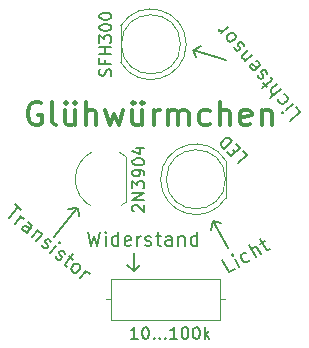
<source format=gto>
%TF.GenerationSoftware,KiCad,Pcbnew,6.0.7*%
%TF.CreationDate,2022-09-06T10:13:29+02:00*%
%TF.ProjectId,gluhwurmchen,676c7568-7775-4726-9d63-68656e2e6b69,rev?*%
%TF.SameCoordinates,Original*%
%TF.FileFunction,Legend,Top*%
%TF.FilePolarity,Positive*%
%FSLAX46Y46*%
G04 Gerber Fmt 4.6, Leading zero omitted, Abs format (unit mm)*
G04 Created by KiCad (PCBNEW 6.0.7) date 2022-09-06 10:13:29*
%MOMM*%
%LPD*%
G01*
G04 APERTURE LIST*
%ADD10C,0.150000*%
%ADD11C,0.200000*%
%ADD12C,0.300000*%
%ADD13C,0.120000*%
%ADD14C,2.200000*%
%ADD15C,2.500000*%
%ADD16R,1.800000X2.500000*%
%ADD17O,1.800000X2.500000*%
%ADD18R,2.500000X1.800000*%
%ADD19O,2.500000X1.800000*%
%ADD20C,3.000000*%
G04 APERTURE END LIST*
D10*
X76352400Y-91363800D02*
X76504800Y-92049600D01*
X81153000Y-96647000D02*
X81661000Y-96139000D01*
X87820500Y-92430600D02*
X89090500Y-94691200D01*
X81153000Y-96647000D02*
X80518000Y-96139000D01*
X86131400Y-77952600D02*
X86410800Y-78562200D01*
X86182200Y-77952600D02*
X86766400Y-77622400D01*
X87807800Y-92430600D02*
X87630000Y-93192600D01*
X81153000Y-95123000D02*
X81153000Y-96647000D01*
X76327000Y-91338400D02*
X75565000Y-91440000D01*
X87820500Y-92430600D02*
X88506300Y-92583000D01*
X86131400Y-77952600D02*
X88950800Y-78816200D01*
X74320400Y-93802200D02*
X76301600Y-91363800D01*
D11*
X71006068Y-91033629D02*
X71531356Y-91474398D01*
X70497367Y-92173267D02*
X71268712Y-91254014D01*
X71066428Y-92650766D02*
X71580659Y-92037931D01*
X71433736Y-92213027D02*
X71550971Y-92162210D01*
X71631476Y-92155166D01*
X71755754Y-92184854D01*
X71843302Y-92258315D01*
X72029456Y-93458842D02*
X72433494Y-92977329D01*
X72463181Y-92853050D01*
X72412364Y-92735815D01*
X72237268Y-92588892D01*
X72112989Y-92559204D01*
X72066186Y-93415068D02*
X71941908Y-93385381D01*
X71723038Y-93201727D01*
X71672221Y-93084492D01*
X71701908Y-92960213D01*
X71775370Y-92872665D01*
X71892605Y-92821848D01*
X72016884Y-92851536D01*
X72235754Y-93035189D01*
X72360032Y-93064877D01*
X72981426Y-93213314D02*
X72467195Y-93826150D01*
X72907964Y-93300862D02*
X72988469Y-93293819D01*
X73112747Y-93323506D01*
X73244069Y-93433698D01*
X73294887Y-93550934D01*
X73265199Y-93675212D01*
X72861161Y-94156726D01*
X73291858Y-94443529D02*
X73342675Y-94560764D01*
X73517771Y-94707687D01*
X73642049Y-94737374D01*
X73759285Y-94686557D01*
X73796015Y-94642783D01*
X73825703Y-94518504D01*
X73774886Y-94401269D01*
X73643564Y-94291077D01*
X73592747Y-94173841D01*
X73622434Y-94049563D01*
X73659165Y-94005789D01*
X73776400Y-93954972D01*
X73900679Y-93984659D01*
X74032001Y-94094851D01*
X74082818Y-94212087D01*
X74043058Y-95148455D02*
X74557288Y-94535620D01*
X74814403Y-94229202D02*
X74733899Y-94236245D01*
X74740942Y-94316750D01*
X74821447Y-94309707D01*
X74814403Y-94229202D01*
X74740942Y-94316750D01*
X74473755Y-95435258D02*
X74524572Y-95552493D01*
X74699668Y-95699416D01*
X74823946Y-95729104D01*
X74941182Y-95678287D01*
X74977913Y-95634513D01*
X75007600Y-95510234D01*
X74956783Y-95392999D01*
X74825461Y-95282806D01*
X74774644Y-95165571D01*
X74804331Y-95041292D01*
X74841062Y-94997518D01*
X74958297Y-94946701D01*
X75082576Y-94976389D01*
X75213898Y-95086581D01*
X75264715Y-95203816D01*
X75607864Y-95417157D02*
X75958055Y-95711003D01*
X75996301Y-95220932D02*
X75335148Y-96008863D01*
X75305460Y-96133142D01*
X75356277Y-96250377D01*
X75443825Y-96323839D01*
X75881565Y-96691146D02*
X75830748Y-96573910D01*
X75823704Y-96493406D01*
X75853392Y-96369127D01*
X76073776Y-96106483D01*
X76191012Y-96055666D01*
X76271516Y-96048623D01*
X76395795Y-96078310D01*
X76527117Y-96188502D01*
X76577934Y-96305738D01*
X76584977Y-96386242D01*
X76555290Y-96510521D01*
X76334906Y-96773165D01*
X76217670Y-96823982D01*
X76137166Y-96831025D01*
X76012887Y-96801338D01*
X75881565Y-96691146D01*
X76581948Y-97278837D02*
X77096179Y-96666002D01*
X76949256Y-96841098D02*
X77066491Y-96790280D01*
X77146996Y-96783237D01*
X77271274Y-96812925D01*
X77358822Y-96886386D01*
X77229285Y-93322857D02*
X77515000Y-94522857D01*
X77743571Y-93665714D01*
X77972142Y-94522857D01*
X78257857Y-93322857D01*
X78715000Y-94522857D02*
X78715000Y-93722857D01*
X78715000Y-93322857D02*
X78657857Y-93380000D01*
X78715000Y-93437142D01*
X78772142Y-93380000D01*
X78715000Y-93322857D01*
X78715000Y-93437142D01*
X79800714Y-94522857D02*
X79800714Y-93322857D01*
X79800714Y-94465714D02*
X79686428Y-94522857D01*
X79457857Y-94522857D01*
X79343571Y-94465714D01*
X79286428Y-94408571D01*
X79229285Y-94294285D01*
X79229285Y-93951428D01*
X79286428Y-93837142D01*
X79343571Y-93780000D01*
X79457857Y-93722857D01*
X79686428Y-93722857D01*
X79800714Y-93780000D01*
X80829285Y-94465714D02*
X80715000Y-94522857D01*
X80486428Y-94522857D01*
X80372142Y-94465714D01*
X80315000Y-94351428D01*
X80315000Y-93894285D01*
X80372142Y-93780000D01*
X80486428Y-93722857D01*
X80715000Y-93722857D01*
X80829285Y-93780000D01*
X80886428Y-93894285D01*
X80886428Y-94008571D01*
X80315000Y-94122857D01*
X81400714Y-94522857D02*
X81400714Y-93722857D01*
X81400714Y-93951428D02*
X81457857Y-93837142D01*
X81515000Y-93780000D01*
X81629285Y-93722857D01*
X81743571Y-93722857D01*
X82086428Y-94465714D02*
X82200714Y-94522857D01*
X82429285Y-94522857D01*
X82543571Y-94465714D01*
X82600714Y-94351428D01*
X82600714Y-94294285D01*
X82543571Y-94180000D01*
X82429285Y-94122857D01*
X82257857Y-94122857D01*
X82143571Y-94065714D01*
X82086428Y-93951428D01*
X82086428Y-93894285D01*
X82143571Y-93780000D01*
X82257857Y-93722857D01*
X82429285Y-93722857D01*
X82543571Y-93780000D01*
X82943571Y-93722857D02*
X83400714Y-93722857D01*
X83115000Y-93322857D02*
X83115000Y-94351428D01*
X83172142Y-94465714D01*
X83286428Y-94522857D01*
X83400714Y-94522857D01*
X84315000Y-94522857D02*
X84315000Y-93894285D01*
X84257857Y-93780000D01*
X84143571Y-93722857D01*
X83915000Y-93722857D01*
X83800714Y-93780000D01*
X84315000Y-94465714D02*
X84200714Y-94522857D01*
X83915000Y-94522857D01*
X83800714Y-94465714D01*
X83743571Y-94351428D01*
X83743571Y-94237142D01*
X83800714Y-94122857D01*
X83915000Y-94065714D01*
X84200714Y-94065714D01*
X84315000Y-94008571D01*
X84886428Y-93722857D02*
X84886428Y-94522857D01*
X84886428Y-93837142D02*
X84943571Y-93780000D01*
X85057857Y-93722857D01*
X85229285Y-93722857D01*
X85343571Y-93780000D01*
X85400714Y-93894285D01*
X85400714Y-94522857D01*
X86486428Y-94522857D02*
X86486428Y-93322857D01*
X86486428Y-94465714D02*
X86372142Y-94522857D01*
X86143571Y-94522857D01*
X86029285Y-94465714D01*
X85972142Y-94408571D01*
X85915000Y-94294285D01*
X85915000Y-93951428D01*
X85972142Y-93837142D01*
X86029285Y-93780000D01*
X86143571Y-93722857D01*
X86372142Y-93722857D01*
X86486428Y-93780000D01*
X94846291Y-82795218D02*
X95213598Y-83232958D01*
X94294345Y-84004303D01*
X94589176Y-82488801D02*
X93976340Y-83003031D01*
X93669923Y-83260146D02*
X93750427Y-83267189D01*
X93757470Y-83186684D01*
X93676966Y-83179641D01*
X93669923Y-83260146D01*
X93757470Y-83186684D01*
X93847518Y-81693826D02*
X93964754Y-81744643D01*
X94111676Y-81919739D01*
X94141364Y-82044018D01*
X94134321Y-82124522D01*
X94083503Y-82241758D01*
X93820860Y-82462142D01*
X93696581Y-82491829D01*
X93616076Y-82484786D01*
X93498841Y-82433969D01*
X93351918Y-82258873D01*
X93322231Y-82134594D01*
X93560716Y-81263129D02*
X92641462Y-82034475D01*
X93230139Y-80869164D02*
X92748626Y-81273202D01*
X92697808Y-81390437D01*
X92727496Y-81514716D01*
X92837688Y-81646038D01*
X92954923Y-81696855D01*
X93035428Y-81703898D01*
X92360189Y-81076976D02*
X92066343Y-80726784D01*
X91943579Y-81202769D02*
X92731510Y-80541616D01*
X92782327Y-80424381D01*
X92752640Y-80300102D01*
X92679178Y-80212554D01*
X92415020Y-79986641D02*
X92385333Y-79862362D01*
X92238410Y-79687267D01*
X92121174Y-79636449D01*
X91996896Y-79666137D01*
X91953122Y-79702868D01*
X91902304Y-79820103D01*
X91931992Y-79944382D01*
X92042184Y-80075703D01*
X92071872Y-80199982D01*
X92021054Y-80317218D01*
X91977280Y-80353948D01*
X91853002Y-80383636D01*
X91735766Y-80332819D01*
X91625574Y-80201497D01*
X91595887Y-80077218D01*
X91460021Y-78848518D02*
X91577257Y-78899335D01*
X91724180Y-79074431D01*
X91753867Y-79198710D01*
X91703050Y-79315945D01*
X91352858Y-79609791D01*
X91228579Y-79639478D01*
X91111344Y-79588661D01*
X90964421Y-79413565D01*
X90934734Y-79289287D01*
X90985551Y-79172051D01*
X91073099Y-79098590D01*
X91527954Y-79462868D01*
X90523653Y-78888278D02*
X91136488Y-78374047D01*
X90611200Y-78814816D02*
X90530696Y-78807773D01*
X90413460Y-78756956D01*
X90303268Y-78625634D01*
X90273581Y-78501355D01*
X90324398Y-78384120D01*
X90805912Y-77980082D01*
X90431561Y-77622847D02*
X90401874Y-77498568D01*
X90254951Y-77323472D01*
X90137715Y-77272655D01*
X90013437Y-77302343D01*
X89969663Y-77339073D01*
X89918846Y-77456309D01*
X89948533Y-77580587D01*
X90058725Y-77711909D01*
X90088413Y-77836188D01*
X90037595Y-77953423D01*
X89993821Y-77990154D01*
X89869543Y-78019841D01*
X89752307Y-77969024D01*
X89642115Y-77837702D01*
X89612428Y-77713424D01*
X89703990Y-76666863D02*
X89733677Y-76791141D01*
X89726634Y-76871646D01*
X89675817Y-76988881D01*
X89413173Y-77209266D01*
X89288895Y-77238953D01*
X89208390Y-77231910D01*
X89091154Y-77181093D01*
X88980962Y-77049771D01*
X88951275Y-76925492D01*
X88958318Y-76844988D01*
X89009135Y-76727752D01*
X89271779Y-76507368D01*
X89396058Y-76477680D01*
X89476562Y-76484724D01*
X89593798Y-76535541D01*
X89703990Y-76666863D01*
X89116298Y-75966479D02*
X88503463Y-76480709D01*
X88678559Y-76333786D02*
X88554280Y-76363474D01*
X88473775Y-76356431D01*
X88356540Y-76305613D01*
X88283079Y-76218066D01*
D12*
X73261104Y-82439000D02*
X73070628Y-82343761D01*
X72784914Y-82343761D01*
X72499200Y-82439000D01*
X72308723Y-82629476D01*
X72213485Y-82819952D01*
X72118247Y-83200904D01*
X72118247Y-83486619D01*
X72213485Y-83867571D01*
X72308723Y-84058047D01*
X72499200Y-84248523D01*
X72784914Y-84343761D01*
X72975390Y-84343761D01*
X73261104Y-84248523D01*
X73356342Y-84153285D01*
X73356342Y-83486619D01*
X72975390Y-83486619D01*
X74499200Y-84343761D02*
X74308723Y-84248523D01*
X74213485Y-84058047D01*
X74213485Y-82343761D01*
X76118247Y-83010428D02*
X76118247Y-84343761D01*
X75261104Y-83010428D02*
X75261104Y-84058047D01*
X75356342Y-84248523D01*
X75546819Y-84343761D01*
X75832533Y-84343761D01*
X76023009Y-84248523D01*
X76118247Y-84153285D01*
X75356342Y-82343761D02*
X75451580Y-82439000D01*
X75356342Y-82534238D01*
X75261104Y-82439000D01*
X75356342Y-82343761D01*
X75356342Y-82534238D01*
X76118247Y-82343761D02*
X76213485Y-82439000D01*
X76118247Y-82534238D01*
X76023009Y-82439000D01*
X76118247Y-82343761D01*
X76118247Y-82534238D01*
X77070628Y-84343761D02*
X77070628Y-82343761D01*
X77927771Y-84343761D02*
X77927771Y-83296142D01*
X77832533Y-83105666D01*
X77642057Y-83010428D01*
X77356342Y-83010428D01*
X77165866Y-83105666D01*
X77070628Y-83200904D01*
X78689676Y-83010428D02*
X79070628Y-84343761D01*
X79451580Y-83391380D01*
X79832533Y-84343761D01*
X80213485Y-83010428D01*
X81832533Y-83010428D02*
X81832533Y-84343761D01*
X80975390Y-83010428D02*
X80975390Y-84058047D01*
X81070628Y-84248523D01*
X81261104Y-84343761D01*
X81546819Y-84343761D01*
X81737295Y-84248523D01*
X81832533Y-84153285D01*
X81070628Y-82343761D02*
X81165866Y-82439000D01*
X81070628Y-82534238D01*
X80975390Y-82439000D01*
X81070628Y-82343761D01*
X81070628Y-82534238D01*
X81832533Y-82343761D02*
X81927771Y-82439000D01*
X81832533Y-82534238D01*
X81737295Y-82439000D01*
X81832533Y-82343761D01*
X81832533Y-82534238D01*
X82784914Y-84343761D02*
X82784914Y-83010428D01*
X82784914Y-83391380D02*
X82880152Y-83200904D01*
X82975390Y-83105666D01*
X83165866Y-83010428D01*
X83356342Y-83010428D01*
X84023009Y-84343761D02*
X84023009Y-83010428D01*
X84023009Y-83200904D02*
X84118247Y-83105666D01*
X84308723Y-83010428D01*
X84594438Y-83010428D01*
X84784914Y-83105666D01*
X84880152Y-83296142D01*
X84880152Y-84343761D01*
X84880152Y-83296142D02*
X84975390Y-83105666D01*
X85165866Y-83010428D01*
X85451580Y-83010428D01*
X85642057Y-83105666D01*
X85737295Y-83296142D01*
X85737295Y-84343761D01*
X87546819Y-84248523D02*
X87356342Y-84343761D01*
X86975390Y-84343761D01*
X86784914Y-84248523D01*
X86689676Y-84153285D01*
X86594438Y-83962809D01*
X86594438Y-83391380D01*
X86689676Y-83200904D01*
X86784914Y-83105666D01*
X86975390Y-83010428D01*
X87356342Y-83010428D01*
X87546819Y-83105666D01*
X88403961Y-84343761D02*
X88403961Y-82343761D01*
X89261104Y-84343761D02*
X89261104Y-83296142D01*
X89165866Y-83105666D01*
X88975390Y-83010428D01*
X88689676Y-83010428D01*
X88499200Y-83105666D01*
X88403961Y-83200904D01*
X90975390Y-84248523D02*
X90784914Y-84343761D01*
X90403961Y-84343761D01*
X90213485Y-84248523D01*
X90118247Y-84058047D01*
X90118247Y-83296142D01*
X90213485Y-83105666D01*
X90403961Y-83010428D01*
X90784914Y-83010428D01*
X90975390Y-83105666D01*
X91070628Y-83296142D01*
X91070628Y-83486619D01*
X90118247Y-83677095D01*
X91927771Y-83010428D02*
X91927771Y-84343761D01*
X91927771Y-83200904D02*
X92023009Y-83105666D01*
X92213485Y-83010428D01*
X92499200Y-83010428D01*
X92689676Y-83105666D01*
X92784914Y-83296142D01*
X92784914Y-84343761D01*
D11*
X89684223Y-96504270D02*
X89189352Y-96789985D01*
X88589352Y-95750754D01*
X90030633Y-96304270D02*
X89630633Y-95611450D01*
X89430633Y-95265040D02*
X89409718Y-95343099D01*
X89487776Y-95364014D01*
X89508692Y-95285956D01*
X89430633Y-95265040D01*
X89487776Y-95364014D01*
X90942318Y-95711926D02*
X90871915Y-95818556D01*
X90673967Y-95932842D01*
X90546421Y-95940498D01*
X90468362Y-95919582D01*
X90361732Y-95849179D01*
X90190304Y-95552256D01*
X90182648Y-95424710D01*
X90203564Y-95346652D01*
X90273967Y-95240022D01*
X90471915Y-95125736D01*
X90599461Y-95118080D01*
X91416274Y-95504270D02*
X90816274Y-94465040D01*
X91861659Y-95247128D02*
X91547373Y-94702769D01*
X91440743Y-94632366D01*
X91313197Y-94640022D01*
X91164736Y-94725736D01*
X91094333Y-94832366D01*
X91073417Y-94910424D01*
X91808069Y-94354307D02*
X92203966Y-94125736D01*
X91756530Y-93922183D02*
X92270816Y-94812952D01*
X92377446Y-94883355D01*
X92504992Y-94875699D01*
X92603966Y-94818556D01*
D10*
X81437504Y-102407980D02*
X80866076Y-102407980D01*
X81151790Y-102407980D02*
X81151790Y-101407980D01*
X81056552Y-101550838D01*
X80961314Y-101646076D01*
X80866076Y-101693695D01*
X82056552Y-101407980D02*
X82151790Y-101407980D01*
X82247028Y-101455600D01*
X82294647Y-101503219D01*
X82342266Y-101598457D01*
X82389885Y-101788933D01*
X82389885Y-102027028D01*
X82342266Y-102217504D01*
X82294647Y-102312742D01*
X82247028Y-102360361D01*
X82151790Y-102407980D01*
X82056552Y-102407980D01*
X81961314Y-102360361D01*
X81913695Y-102312742D01*
X81866076Y-102217504D01*
X81818457Y-102027028D01*
X81818457Y-101788933D01*
X81866076Y-101598457D01*
X81913695Y-101503219D01*
X81961314Y-101455600D01*
X82056552Y-101407980D01*
X82818457Y-102312742D02*
X82866076Y-102360361D01*
X82818457Y-102407980D01*
X82770838Y-102360361D01*
X82818457Y-102312742D01*
X82818457Y-102407980D01*
X83294647Y-102312742D02*
X83342266Y-102360361D01*
X83294647Y-102407980D01*
X83247028Y-102360361D01*
X83294647Y-102312742D01*
X83294647Y-102407980D01*
X83770838Y-102312742D02*
X83818457Y-102360361D01*
X83770838Y-102407980D01*
X83723219Y-102360361D01*
X83770838Y-102312742D01*
X83770838Y-102407980D01*
X84770838Y-102407980D02*
X84199409Y-102407980D01*
X84485123Y-102407980D02*
X84485123Y-101407980D01*
X84389885Y-101550838D01*
X84294647Y-101646076D01*
X84199409Y-101693695D01*
X85389885Y-101407980D02*
X85485123Y-101407980D01*
X85580361Y-101455600D01*
X85627980Y-101503219D01*
X85675600Y-101598457D01*
X85723219Y-101788933D01*
X85723219Y-102027028D01*
X85675600Y-102217504D01*
X85627980Y-102312742D01*
X85580361Y-102360361D01*
X85485123Y-102407980D01*
X85389885Y-102407980D01*
X85294647Y-102360361D01*
X85247028Y-102312742D01*
X85199409Y-102217504D01*
X85151790Y-102027028D01*
X85151790Y-101788933D01*
X85199409Y-101598457D01*
X85247028Y-101503219D01*
X85294647Y-101455600D01*
X85389885Y-101407980D01*
X86342266Y-101407980D02*
X86437504Y-101407980D01*
X86532742Y-101455600D01*
X86580361Y-101503219D01*
X86627980Y-101598457D01*
X86675600Y-101788933D01*
X86675600Y-102027028D01*
X86627980Y-102217504D01*
X86580361Y-102312742D01*
X86532742Y-102360361D01*
X86437504Y-102407980D01*
X86342266Y-102407980D01*
X86247028Y-102360361D01*
X86199409Y-102312742D01*
X86151790Y-102217504D01*
X86104171Y-102027028D01*
X86104171Y-101788933D01*
X86151790Y-101598457D01*
X86199409Y-101503219D01*
X86247028Y-101455600D01*
X86342266Y-101407980D01*
X87104171Y-102407980D02*
X87104171Y-101407980D01*
X87199409Y-102027028D02*
X87485123Y-102407980D01*
X87485123Y-101741314D02*
X87104171Y-102122266D01*
X79144761Y-80136666D02*
X79192380Y-79993809D01*
X79192380Y-79755714D01*
X79144761Y-79660476D01*
X79097142Y-79612857D01*
X79001904Y-79565238D01*
X78906666Y-79565238D01*
X78811428Y-79612857D01*
X78763809Y-79660476D01*
X78716190Y-79755714D01*
X78668571Y-79946190D01*
X78620952Y-80041428D01*
X78573333Y-80089047D01*
X78478095Y-80136666D01*
X78382857Y-80136666D01*
X78287619Y-80089047D01*
X78240000Y-80041428D01*
X78192380Y-79946190D01*
X78192380Y-79708095D01*
X78240000Y-79565238D01*
X78668571Y-78803333D02*
X78668571Y-79136666D01*
X79192380Y-79136666D02*
X78192380Y-79136666D01*
X78192380Y-78660476D01*
X79192380Y-78279523D02*
X78192380Y-78279523D01*
X78668571Y-78279523D02*
X78668571Y-77708095D01*
X79192380Y-77708095D02*
X78192380Y-77708095D01*
X78192380Y-77327142D02*
X78192380Y-76708095D01*
X78573333Y-77041428D01*
X78573333Y-76898571D01*
X78620952Y-76803333D01*
X78668571Y-76755714D01*
X78763809Y-76708095D01*
X79001904Y-76708095D01*
X79097142Y-76755714D01*
X79144761Y-76803333D01*
X79192380Y-76898571D01*
X79192380Y-77184285D01*
X79144761Y-77279523D01*
X79097142Y-77327142D01*
X78192380Y-76089047D02*
X78192380Y-75993809D01*
X78240000Y-75898571D01*
X78287619Y-75850952D01*
X78382857Y-75803333D01*
X78573333Y-75755714D01*
X78811428Y-75755714D01*
X79001904Y-75803333D01*
X79097142Y-75850952D01*
X79144761Y-75898571D01*
X79192380Y-75993809D01*
X79192380Y-76089047D01*
X79144761Y-76184285D01*
X79097142Y-76231904D01*
X79001904Y-76279523D01*
X78811428Y-76327142D01*
X78573333Y-76327142D01*
X78382857Y-76279523D01*
X78287619Y-76231904D01*
X78240000Y-76184285D01*
X78192380Y-76089047D01*
X78192380Y-75136666D02*
X78192380Y-75041428D01*
X78240000Y-74946190D01*
X78287619Y-74898571D01*
X78382857Y-74850952D01*
X78573333Y-74803333D01*
X78811428Y-74803333D01*
X79001904Y-74850952D01*
X79097142Y-74898571D01*
X79144761Y-74946190D01*
X79192380Y-75041428D01*
X79192380Y-75136666D01*
X79144761Y-75231904D01*
X79097142Y-75279523D01*
X79001904Y-75327142D01*
X78811428Y-75374761D01*
X78573333Y-75374761D01*
X78382857Y-75327142D01*
X78287619Y-75279523D01*
X78240000Y-75231904D01*
X78192380Y-75136666D01*
X81077619Y-91614285D02*
X81030000Y-91566666D01*
X80982380Y-91471428D01*
X80982380Y-91233333D01*
X81030000Y-91138095D01*
X81077619Y-91090476D01*
X81172857Y-91042857D01*
X81268095Y-91042857D01*
X81410952Y-91090476D01*
X81982380Y-91661904D01*
X81982380Y-91042857D01*
X81982380Y-90614285D02*
X80982380Y-90614285D01*
X81982380Y-90042857D01*
X80982380Y-90042857D01*
X80982380Y-89661904D02*
X80982380Y-89042857D01*
X81363333Y-89376190D01*
X81363333Y-89233333D01*
X81410952Y-89138095D01*
X81458571Y-89090476D01*
X81553809Y-89042857D01*
X81791904Y-89042857D01*
X81887142Y-89090476D01*
X81934761Y-89138095D01*
X81982380Y-89233333D01*
X81982380Y-89519047D01*
X81934761Y-89614285D01*
X81887142Y-89661904D01*
X81982380Y-88566666D02*
X81982380Y-88376190D01*
X81934761Y-88280952D01*
X81887142Y-88233333D01*
X81744285Y-88138095D01*
X81553809Y-88090476D01*
X81172857Y-88090476D01*
X81077619Y-88138095D01*
X81030000Y-88185714D01*
X80982380Y-88280952D01*
X80982380Y-88471428D01*
X81030000Y-88566666D01*
X81077619Y-88614285D01*
X81172857Y-88661904D01*
X81410952Y-88661904D01*
X81506190Y-88614285D01*
X81553809Y-88566666D01*
X81601428Y-88471428D01*
X81601428Y-88280952D01*
X81553809Y-88185714D01*
X81506190Y-88138095D01*
X81410952Y-88090476D01*
X80982380Y-87471428D02*
X80982380Y-87376190D01*
X81030000Y-87280952D01*
X81077619Y-87233333D01*
X81172857Y-87185714D01*
X81363333Y-87138095D01*
X81601428Y-87138095D01*
X81791904Y-87185714D01*
X81887142Y-87233333D01*
X81934761Y-87280952D01*
X81982380Y-87376190D01*
X81982380Y-87471428D01*
X81934761Y-87566666D01*
X81887142Y-87614285D01*
X81791904Y-87661904D01*
X81601428Y-87709523D01*
X81363333Y-87709523D01*
X81172857Y-87661904D01*
X81077619Y-87614285D01*
X81030000Y-87566666D01*
X80982380Y-87471428D01*
X81315714Y-86280952D02*
X81982380Y-86280952D01*
X80934761Y-86519047D02*
X81649047Y-86757142D01*
X81649047Y-86138095D01*
X90309450Y-86494687D02*
X90646167Y-86831404D01*
X89939061Y-87538511D01*
X89703358Y-86629374D02*
X89467656Y-86393671D01*
X89737030Y-85922267D02*
X90073748Y-86258984D01*
X89366641Y-86966091D01*
X89029923Y-86629374D01*
X89433984Y-85619221D02*
X88726877Y-86326328D01*
X88558519Y-86157969D01*
X88491175Y-86023282D01*
X88491175Y-85888595D01*
X88524847Y-85787580D01*
X88625862Y-85619221D01*
X88726877Y-85518206D01*
X88895236Y-85417190D01*
X88996251Y-85383519D01*
X89130938Y-85383519D01*
X89265625Y-85450862D01*
X89433984Y-85619221D01*
D13*
X79200000Y-97340000D02*
X79200000Y-100780000D01*
X79200000Y-100780000D02*
X88440000Y-100780000D01*
X88440000Y-97340000D02*
X79200000Y-97340000D01*
X88440000Y-100780000D02*
X88440000Y-97340000D01*
X89130000Y-99060000D02*
X88440000Y-99060000D01*
X78510000Y-99060000D02*
X79200000Y-99060000D01*
X79990000Y-75925000D02*
X79990000Y-79015000D01*
X85540000Y-77470462D02*
G75*
G03*
X79990000Y-75925170I-2990000J462D01*
G01*
X79990000Y-79014830D02*
G75*
G03*
X85540000Y-77469538I2560000J1544830D01*
G01*
X85050000Y-77470000D02*
G75*
G03*
X85050000Y-77470000I-2500000J0D01*
G01*
X80440000Y-90840000D02*
X80440000Y-86990000D01*
X77641193Y-86543600D02*
G75*
G03*
X76140000Y-88900000I1098807J-2356400D01*
G01*
X80440000Y-86990000D02*
G75*
G03*
X79852264Y-86597617I-1700000J-1910000D01*
G01*
X76140000Y-88900000D02*
G75*
G03*
X77641193Y-91256400I2600000J0D01*
G01*
X79862045Y-91222631D02*
G75*
G03*
X80440000Y-90840000I-1122045J2322631D01*
G01*
X88920000Y-90445000D02*
X88920000Y-87355000D01*
X88920000Y-87355170D02*
G75*
G03*
X83370000Y-88900462I-2560000J-1544830D01*
G01*
X83370000Y-88899538D02*
G75*
G03*
X88920000Y-90444830I2990000J-462D01*
G01*
X88860000Y-88900000D02*
G75*
G03*
X88860000Y-88900000I-2500000J0D01*
G01*
%LPC*%
D14*
X73025000Y-98044000D03*
D15*
X77470000Y-99060000D03*
X90170000Y-99060000D03*
D14*
X95885000Y-88900000D03*
D16*
X81280000Y-77470000D03*
D17*
X83820000Y-77470000D03*
D14*
X73914000Y-78613000D03*
D18*
X78740000Y-91440000D03*
D19*
X78740000Y-88900000D03*
X78740000Y-86360000D03*
D16*
X87630000Y-88900000D03*
D17*
X85090000Y-88900000D03*
D20*
X91440000Y-88900000D03*
X71440000Y-88900000D03*
M02*

</source>
